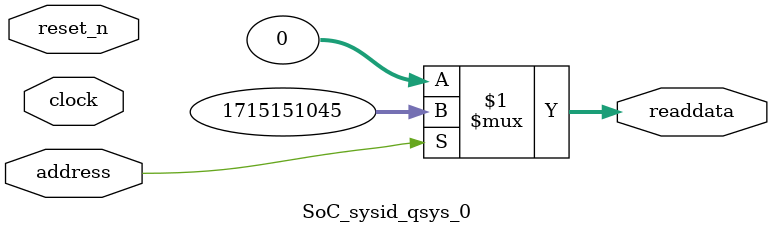
<source format=v>

`timescale 1ns / 1ps
// synthesis translate_on

// turn off superfluous verilog processor warnings 
// altera message_level Level1 
// altera message_off 10034 10035 10036 10037 10230 10240 10030 

module SoC_sysid_qsys_0 (
               // inputs:
                address,
                clock,
                reset_n,

               // outputs:
                readdata
             )
;

  output  [ 31: 0] readdata;
  input            address;
  input            clock;
  input            reset_n;

  wire    [ 31: 0] readdata;
  //control_slave, which is an e_avalon_slave
  assign readdata = address ? 1715151045 : 0;

endmodule




</source>
